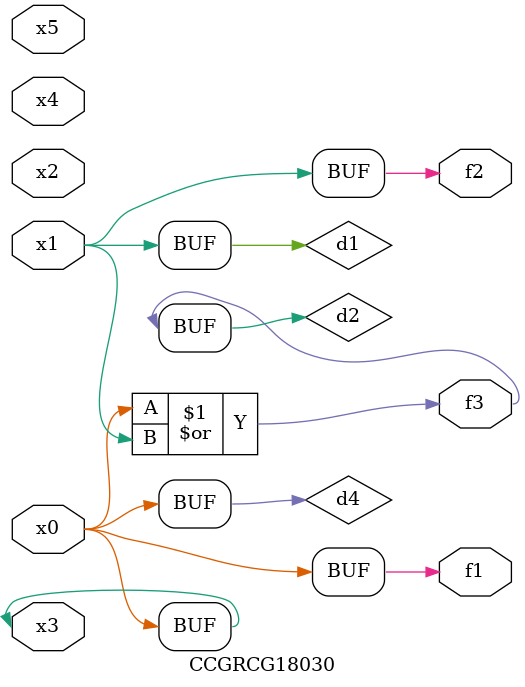
<source format=v>
module CCGRCG18030(
	input x0, x1, x2, x3, x4, x5,
	output f1, f2, f3
);

	wire d1, d2, d3, d4;

	and (d1, x1);
	or (d2, x0, x1);
	nand (d3, x0, x5);
	buf (d4, x0, x3);
	assign f1 = d4;
	assign f2 = d1;
	assign f3 = d2;
endmodule

</source>
